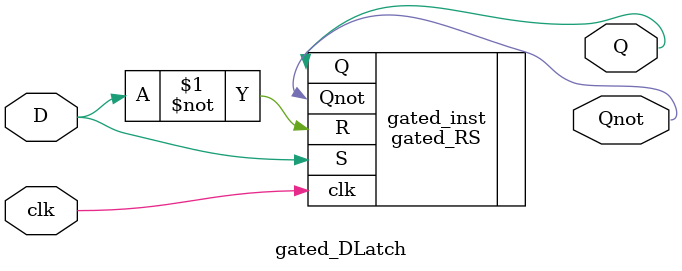
<source format=v>
module gated_DLatch (clk, D, Q, Qnot);
   input  D, clk;
   output Q, Qnot;
	
   // You will need to instantiate gated_RS and modify relevant signals
	
	gated_RS gated_inst(.clk(clk), .R(~D), .S(D), .Q(Q), .Qnot(Qnot));

endmodule
</source>
